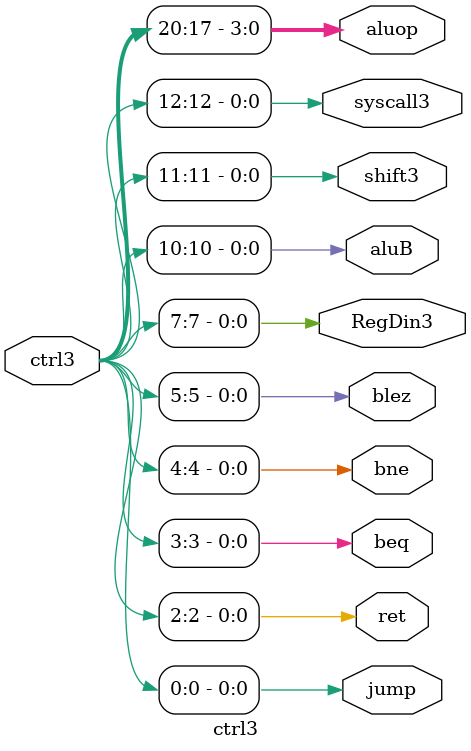
<source format=v>
module ctrl3(
	jump,ret,beq,bne,blez,
	RegDin3,aluB,shift3,
	syscall3,aluop,
	ctrl3
    );
	input [20:0]ctrl3;
	output jump,ret,beq,bne,blez;
	output RegDin3,aluB,shift3;
	output syscall3;
	output [3:0]aluop;
	assign jump = ctrl3[0];
	assign ret = ctrl3[2];
	assign beq = ctrl3[3];
	assign bne = ctrl3[4];
	assign blez = ctrl3[5];
	assign RegDin3 = ctrl3[7];
	assign aluB = ctrl3[10];
	assign shift3 = ctrl3[11];
	assign syscall3 = ctrl3[12];
	assign aluop = ctrl3[20:17];
endmodule

</source>
